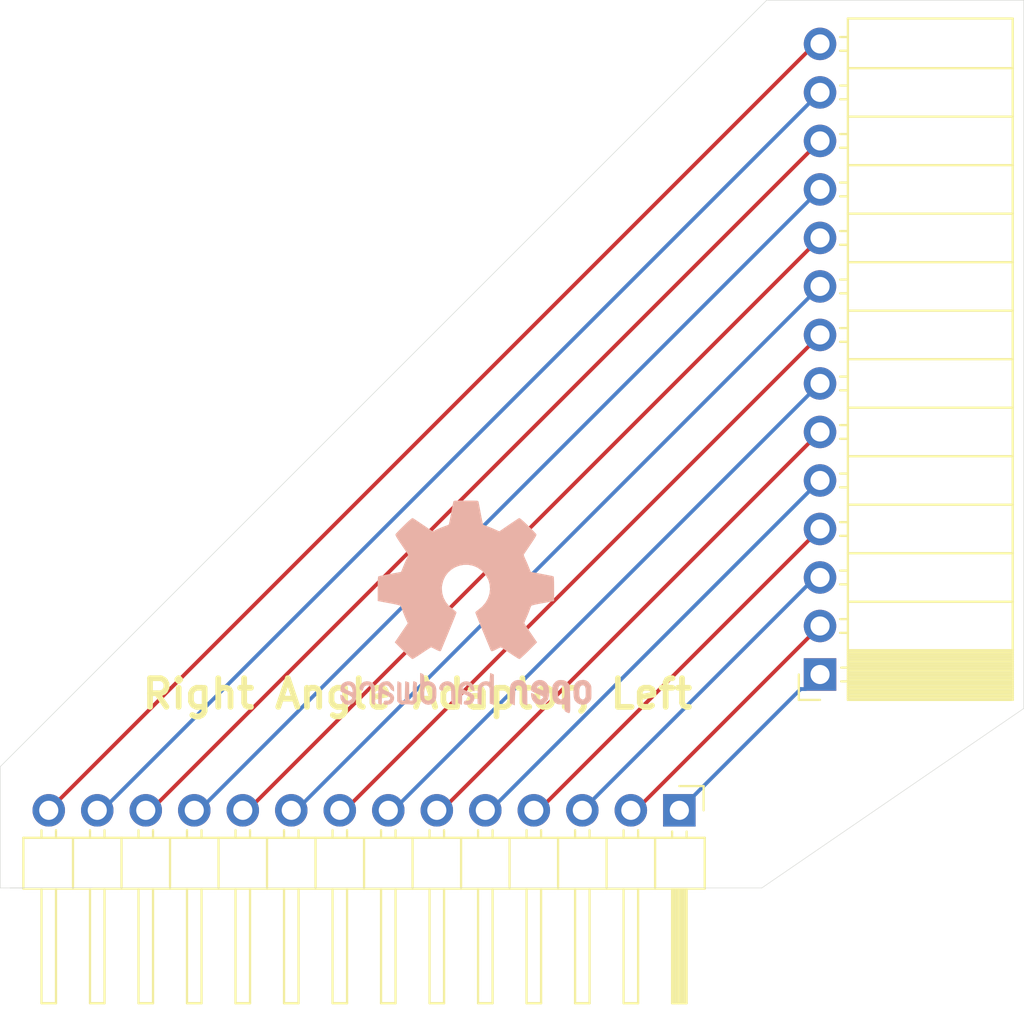
<source format=kicad_pcb>
(kicad_pcb (version 20171130) (host pcbnew "(5.0.2-5)-5")

  (general
    (thickness 1.6)
    (drawings 8)
    (tracks 29)
    (zones 0)
    (modules 3)
    (nets 15)
  )

  (page A4)
  (title_block
    (title "PCBPool Template")
    (date "21 December 2014")
    (rev 0.1)
    (company s-light.eu)
  )

  (layers
    (0 F.Cu signal)
    (31 B.Cu signal)
    (32 B.Adhes user)
    (33 F.Adhes user)
    (34 B.Paste user)
    (35 F.Paste user)
    (36 B.SilkS user)
    (37 F.SilkS user)
    (38 B.Mask user)
    (39 F.Mask user)
    (40 Dwgs.User user)
    (41 Cmts.User user)
    (42 Eco1.User user)
    (43 Eco2.User user)
    (44 Edge.Cuts user)
    (45 Margin user)
    (46 B.CrtYd user)
    (47 F.CrtYd user)
    (48 B.Fab user)
    (49 F.Fab user)
  )

  (setup
    (last_trace_width 0.2)
    (user_trace_width 0.15)
    (user_trace_width 0.2)
    (user_trace_width 0.254)
    (user_trace_width 0.3)
    (user_trace_width 0.5)
    (user_trace_width 0.75)
    (user_trace_width 1)
    (user_trace_width 2)
    (trace_clearance 0.15)
    (zone_clearance 0.15)
    (zone_45_only yes)
    (trace_min 0.15)
    (segment_width 0.2)
    (edge_width 0.1)
    (via_size 0.6)
    (via_drill 0.3)
    (via_min_size 0.6)
    (via_min_drill 0.3)
    (user_via 0.6 0.3)
    (user_via 0.7 0.4)
    (user_via 0.9 0.5)
    (user_via 1 0.6)
    (user_via 1.1 0.7)
    (user_via 1.2 0.8)
    (uvia_size 0.5)
    (uvia_drill 0.2)
    (uvias_allowed no)
    (uvia_min_size 0.5)
    (uvia_min_drill 0.2)
    (pcb_text_width 0.3)
    (pcb_text_size 1.5 1.5)
    (mod_edge_width 0.15)
    (mod_text_size 1 1)
    (mod_text_width 0.15)
    (pad_size 1.5 1.5)
    (pad_drill 0.6)
    (pad_to_mask_clearance 0.08)
    (solder_mask_min_width 0.1)
    (aux_axis_origin 50 50)
    (grid_origin 50 50)
    (visible_elements 7FFFFFFF)
    (pcbplotparams
      (layerselection 0x00030_80000001)
      (usegerberextensions false)
      (usegerberattributes false)
      (usegerberadvancedattributes false)
      (creategerberjobfile false)
      (excludeedgelayer true)
      (linewidth 0.100000)
      (plotframeref false)
      (viasonmask false)
      (mode 1)
      (useauxorigin false)
      (hpglpennumber 1)
      (hpglpenspeed 20)
      (hpglpendiameter 15.000000)
      (psnegative false)
      (psa4output false)
      (plotreference true)
      (plotvalue true)
      (plotinvisibletext false)
      (padsonsilk false)
      (subtractmaskfromsilk false)
      (outputformat 1)
      (mirror false)
      (drillshape 1)
      (scaleselection 1)
      (outputdirectory "export/svg/"))
  )

  (net 0 "")
  (net 1 "Net-(J1-Pad1)")
  (net 2 "Net-(J1-Pad2)")
  (net 3 "Net-(J1-Pad3)")
  (net 4 "Net-(J1-Pad4)")
  (net 5 "Net-(J1-Pad5)")
  (net 6 "Net-(J1-Pad6)")
  (net 7 "Net-(J1-Pad7)")
  (net 8 "Net-(J1-Pad8)")
  (net 9 "Net-(J1-Pad9)")
  (net 10 "Net-(J1-Pad10)")
  (net 11 "Net-(J1-Pad11)")
  (net 12 "Net-(J1-Pad12)")
  (net 13 "Net-(J1-Pad13)")
  (net 14 "Net-(J1-Pad14)")

  (net_class Default "This is the default net class."
    (clearance 0.15)
    (trace_width 0.2)
    (via_dia 0.6)
    (via_drill 0.3)
    (uvia_dia 0.5)
    (uvia_drill 0.2)
    (add_net "Net-(J1-Pad1)")
    (add_net "Net-(J1-Pad10)")
    (add_net "Net-(J1-Pad11)")
    (add_net "Net-(J1-Pad12)")
    (add_net "Net-(J1-Pad13)")
    (add_net "Net-(J1-Pad14)")
    (add_net "Net-(J1-Pad2)")
    (add_net "Net-(J1-Pad3)")
    (add_net "Net-(J1-Pad4)")
    (add_net "Net-(J1-Pad5)")
    (add_net "Net-(J1-Pad6)")
    (add_net "Net-(J1-Pad7)")
    (add_net "Net-(J1-Pad8)")
    (add_net "Net-(J1-Pad9)")
  )

  (net_class LED "max 0.5A"
    (clearance 0.15)
    (trace_width 0.3)
    (via_dia 0.6)
    (via_drill 0.3)
    (uvia_dia 0.5)
    (uvia_drill 0.2)
  )

  (net_class Power "max 1.0A"
    (clearance 0.2)
    (trace_width 0.5)
    (via_dia 0.9)
    (via_drill 0.5)
    (uvia_dia 0.5)
    (uvia_drill 0.2)
  )

  (module Connector_PinHeader_2.54mm:PinHeader_1x14_P2.54mm_Horizontal (layer F.Cu) (tedit 5C74E16D) (tstamp 5C8FF4FA)
    (at 162.522 80.48 270)
    (descr "Through hole angled pin header, 1x14, 2.54mm pitch, 6mm pin length, single row")
    (tags "Through hole angled pin header THT 1x14 2.54mm single row")
    (path /5C74DE0A)
    (fp_text reference J1 (at 4.385 -2.27 270) (layer F.SilkS) hide
      (effects (font (size 1 1) (thickness 0.15)))
    )
    (fp_text value " " (at 4.385 35.29 270) (layer F.Fab) hide
      (effects (font (size 1 1) (thickness 0.15)))
    )
    (fp_line (start 2.135 -1.27) (end 4.04 -1.27) (layer F.Fab) (width 0.1))
    (fp_line (start 4.04 -1.27) (end 4.04 34.29) (layer F.Fab) (width 0.1))
    (fp_line (start 4.04 34.29) (end 1.5 34.29) (layer F.Fab) (width 0.1))
    (fp_line (start 1.5 34.29) (end 1.5 -0.635) (layer F.Fab) (width 0.1))
    (fp_line (start 1.5 -0.635) (end 2.135 -1.27) (layer F.Fab) (width 0.1))
    (fp_line (start -0.32 -0.32) (end 1.5 -0.32) (layer F.Fab) (width 0.1))
    (fp_line (start -0.32 -0.32) (end -0.32 0.32) (layer F.Fab) (width 0.1))
    (fp_line (start -0.32 0.32) (end 1.5 0.32) (layer F.Fab) (width 0.1))
    (fp_line (start 4.04 -0.32) (end 10.04 -0.32) (layer F.Fab) (width 0.1))
    (fp_line (start 10.04 -0.32) (end 10.04 0.32) (layer F.Fab) (width 0.1))
    (fp_line (start 4.04 0.32) (end 10.04 0.32) (layer F.Fab) (width 0.1))
    (fp_line (start -0.32 2.22) (end 1.5 2.22) (layer F.Fab) (width 0.1))
    (fp_line (start -0.32 2.22) (end -0.32 2.86) (layer F.Fab) (width 0.1))
    (fp_line (start -0.32 2.86) (end 1.5 2.86) (layer F.Fab) (width 0.1))
    (fp_line (start 4.04 2.22) (end 10.04 2.22) (layer F.Fab) (width 0.1))
    (fp_line (start 10.04 2.22) (end 10.04 2.86) (layer F.Fab) (width 0.1))
    (fp_line (start 4.04 2.86) (end 10.04 2.86) (layer F.Fab) (width 0.1))
    (fp_line (start -0.32 4.76) (end 1.5 4.76) (layer F.Fab) (width 0.1))
    (fp_line (start -0.32 4.76) (end -0.32 5.4) (layer F.Fab) (width 0.1))
    (fp_line (start -0.32 5.4) (end 1.5 5.4) (layer F.Fab) (width 0.1))
    (fp_line (start 4.04 4.76) (end 10.04 4.76) (layer F.Fab) (width 0.1))
    (fp_line (start 10.04 4.76) (end 10.04 5.4) (layer F.Fab) (width 0.1))
    (fp_line (start 4.04 5.4) (end 10.04 5.4) (layer F.Fab) (width 0.1))
    (fp_line (start -0.32 7.3) (end 1.5 7.3) (layer F.Fab) (width 0.1))
    (fp_line (start -0.32 7.3) (end -0.32 7.94) (layer F.Fab) (width 0.1))
    (fp_line (start -0.32 7.94) (end 1.5 7.94) (layer F.Fab) (width 0.1))
    (fp_line (start 4.04 7.3) (end 10.04 7.3) (layer F.Fab) (width 0.1))
    (fp_line (start 10.04 7.3) (end 10.04 7.94) (layer F.Fab) (width 0.1))
    (fp_line (start 4.04 7.94) (end 10.04 7.94) (layer F.Fab) (width 0.1))
    (fp_line (start -0.32 9.84) (end 1.5 9.84) (layer F.Fab) (width 0.1))
    (fp_line (start -0.32 9.84) (end -0.32 10.48) (layer F.Fab) (width 0.1))
    (fp_line (start -0.32 10.48) (end 1.5 10.48) (layer F.Fab) (width 0.1))
    (fp_line (start 4.04 9.84) (end 10.04 9.84) (layer F.Fab) (width 0.1))
    (fp_line (start 10.04 9.84) (end 10.04 10.48) (layer F.Fab) (width 0.1))
    (fp_line (start 4.04 10.48) (end 10.04 10.48) (layer F.Fab) (width 0.1))
    (fp_line (start -0.32 12.38) (end 1.5 12.38) (layer F.Fab) (width 0.1))
    (fp_line (start -0.32 12.38) (end -0.32 13.02) (layer F.Fab) (width 0.1))
    (fp_line (start -0.32 13.02) (end 1.5 13.02) (layer F.Fab) (width 0.1))
    (fp_line (start 4.04 12.38) (end 10.04 12.38) (layer F.Fab) (width 0.1))
    (fp_line (start 10.04 12.38) (end 10.04 13.02) (layer F.Fab) (width 0.1))
    (fp_line (start 4.04 13.02) (end 10.04 13.02) (layer F.Fab) (width 0.1))
    (fp_line (start -0.32 14.92) (end 1.5 14.92) (layer F.Fab) (width 0.1))
    (fp_line (start -0.32 14.92) (end -0.32 15.56) (layer F.Fab) (width 0.1))
    (fp_line (start -0.32 15.56) (end 1.5 15.56) (layer F.Fab) (width 0.1))
    (fp_line (start 4.04 14.92) (end 10.04 14.92) (layer F.Fab) (width 0.1))
    (fp_line (start 10.04 14.92) (end 10.04 15.56) (layer F.Fab) (width 0.1))
    (fp_line (start 4.04 15.56) (end 10.04 15.56) (layer F.Fab) (width 0.1))
    (fp_line (start -0.32 17.46) (end 1.5 17.46) (layer F.Fab) (width 0.1))
    (fp_line (start -0.32 17.46) (end -0.32 18.1) (layer F.Fab) (width 0.1))
    (fp_line (start -0.32 18.1) (end 1.5 18.1) (layer F.Fab) (width 0.1))
    (fp_line (start 4.04 17.46) (end 10.04 17.46) (layer F.Fab) (width 0.1))
    (fp_line (start 10.04 17.46) (end 10.04 18.1) (layer F.Fab) (width 0.1))
    (fp_line (start 4.04 18.1) (end 10.04 18.1) (layer F.Fab) (width 0.1))
    (fp_line (start -0.32 20) (end 1.5 20) (layer F.Fab) (width 0.1))
    (fp_line (start -0.32 20) (end -0.32 20.64) (layer F.Fab) (width 0.1))
    (fp_line (start -0.32 20.64) (end 1.5 20.64) (layer F.Fab) (width 0.1))
    (fp_line (start 4.04 20) (end 10.04 20) (layer F.Fab) (width 0.1))
    (fp_line (start 10.04 20) (end 10.04 20.64) (layer F.Fab) (width 0.1))
    (fp_line (start 4.04 20.64) (end 10.04 20.64) (layer F.Fab) (width 0.1))
    (fp_line (start -0.32 22.54) (end 1.5 22.54) (layer F.Fab) (width 0.1))
    (fp_line (start -0.32 22.54) (end -0.32 23.18) (layer F.Fab) (width 0.1))
    (fp_line (start -0.32 23.18) (end 1.5 23.18) (layer F.Fab) (width 0.1))
    (fp_line (start 4.04 22.54) (end 10.04 22.54) (layer F.Fab) (width 0.1))
    (fp_line (start 10.04 22.54) (end 10.04 23.18) (layer F.Fab) (width 0.1))
    (fp_line (start 4.04 23.18) (end 10.04 23.18) (layer F.Fab) (width 0.1))
    (fp_line (start -0.32 25.08) (end 1.5 25.08) (layer F.Fab) (width 0.1))
    (fp_line (start -0.32 25.08) (end -0.32 25.72) (layer F.Fab) (width 0.1))
    (fp_line (start -0.32 25.72) (end 1.5 25.72) (layer F.Fab) (width 0.1))
    (fp_line (start 4.04 25.08) (end 10.04 25.08) (layer F.Fab) (width 0.1))
    (fp_line (start 10.04 25.08) (end 10.04 25.72) (layer F.Fab) (width 0.1))
    (fp_line (start 4.04 25.72) (end 10.04 25.72) (layer F.Fab) (width 0.1))
    (fp_line (start -0.32 27.62) (end 1.5 27.62) (layer F.Fab) (width 0.1))
    (fp_line (start -0.32 27.62) (end -0.32 28.26) (layer F.Fab) (width 0.1))
    (fp_line (start -0.32 28.26) (end 1.5 28.26) (layer F.Fab) (width 0.1))
    (fp_line (start 4.04 27.62) (end 10.04 27.62) (layer F.Fab) (width 0.1))
    (fp_line (start 10.04 27.62) (end 10.04 28.26) (layer F.Fab) (width 0.1))
    (fp_line (start 4.04 28.26) (end 10.04 28.26) (layer F.Fab) (width 0.1))
    (fp_line (start -0.32 30.16) (end 1.5 30.16) (layer F.Fab) (width 0.1))
    (fp_line (start -0.32 30.16) (end -0.32 30.8) (layer F.Fab) (width 0.1))
    (fp_line (start -0.32 30.8) (end 1.5 30.8) (layer F.Fab) (width 0.1))
    (fp_line (start 4.04 30.16) (end 10.04 30.16) (layer F.Fab) (width 0.1))
    (fp_line (start 10.04 30.16) (end 10.04 30.8) (layer F.Fab) (width 0.1))
    (fp_line (start 4.04 30.8) (end 10.04 30.8) (layer F.Fab) (width 0.1))
    (fp_line (start -0.32 32.7) (end 1.5 32.7) (layer F.Fab) (width 0.1))
    (fp_line (start -0.32 32.7) (end -0.32 33.34) (layer F.Fab) (width 0.1))
    (fp_line (start -0.32 33.34) (end 1.5 33.34) (layer F.Fab) (width 0.1))
    (fp_line (start 4.04 32.7) (end 10.04 32.7) (layer F.Fab) (width 0.1))
    (fp_line (start 10.04 32.7) (end 10.04 33.34) (layer F.Fab) (width 0.1))
    (fp_line (start 4.04 33.34) (end 10.04 33.34) (layer F.Fab) (width 0.1))
    (fp_line (start 1.44 -1.33) (end 1.44 34.35) (layer F.SilkS) (width 0.12))
    (fp_line (start 1.44 34.35) (end 4.1 34.35) (layer F.SilkS) (width 0.12))
    (fp_line (start 4.1 34.35) (end 4.1 -1.33) (layer F.SilkS) (width 0.12))
    (fp_line (start 4.1 -1.33) (end 1.44 -1.33) (layer F.SilkS) (width 0.12))
    (fp_line (start 4.1 -0.38) (end 10.1 -0.38) (layer F.SilkS) (width 0.12))
    (fp_line (start 10.1 -0.38) (end 10.1 0.38) (layer F.SilkS) (width 0.12))
    (fp_line (start 10.1 0.38) (end 4.1 0.38) (layer F.SilkS) (width 0.12))
    (fp_line (start 4.1 -0.32) (end 10.1 -0.32) (layer F.SilkS) (width 0.12))
    (fp_line (start 4.1 -0.2) (end 10.1 -0.2) (layer F.SilkS) (width 0.12))
    (fp_line (start 4.1 -0.08) (end 10.1 -0.08) (layer F.SilkS) (width 0.12))
    (fp_line (start 4.1 0.04) (end 10.1 0.04) (layer F.SilkS) (width 0.12))
    (fp_line (start 4.1 0.16) (end 10.1 0.16) (layer F.SilkS) (width 0.12))
    (fp_line (start 4.1 0.28) (end 10.1 0.28) (layer F.SilkS) (width 0.12))
    (fp_line (start 1.11 -0.38) (end 1.44 -0.38) (layer F.SilkS) (width 0.12))
    (fp_line (start 1.11 0.38) (end 1.44 0.38) (layer F.SilkS) (width 0.12))
    (fp_line (start 1.44 1.27) (end 4.1 1.27) (layer F.SilkS) (width 0.12))
    (fp_line (start 4.1 2.16) (end 10.1 2.16) (layer F.SilkS) (width 0.12))
    (fp_line (start 10.1 2.16) (end 10.1 2.92) (layer F.SilkS) (width 0.12))
    (fp_line (start 10.1 2.92) (end 4.1 2.92) (layer F.SilkS) (width 0.12))
    (fp_line (start 1.042929 2.16) (end 1.44 2.16) (layer F.SilkS) (width 0.12))
    (fp_line (start 1.042929 2.92) (end 1.44 2.92) (layer F.SilkS) (width 0.12))
    (fp_line (start 1.44 3.81) (end 4.1 3.81) (layer F.SilkS) (width 0.12))
    (fp_line (start 4.1 4.7) (end 10.1 4.7) (layer F.SilkS) (width 0.12))
    (fp_line (start 10.1 4.7) (end 10.1 5.46) (layer F.SilkS) (width 0.12))
    (fp_line (start 10.1 5.46) (end 4.1 5.46) (layer F.SilkS) (width 0.12))
    (fp_line (start 1.042929 4.7) (end 1.44 4.7) (layer F.SilkS) (width 0.12))
    (fp_line (start 1.042929 5.46) (end 1.44 5.46) (layer F.SilkS) (width 0.12))
    (fp_line (start 1.44 6.35) (end 4.1 6.35) (layer F.SilkS) (width 0.12))
    (fp_line (start 4.1 7.24) (end 10.1 7.24) (layer F.SilkS) (width 0.12))
    (fp_line (start 10.1 7.24) (end 10.1 8) (layer F.SilkS) (width 0.12))
    (fp_line (start 10.1 8) (end 4.1 8) (layer F.SilkS) (width 0.12))
    (fp_line (start 1.042929 7.24) (end 1.44 7.24) (layer F.SilkS) (width 0.12))
    (fp_line (start 1.042929 8) (end 1.44 8) (layer F.SilkS) (width 0.12))
    (fp_line (start 1.44 8.89) (end 4.1 8.89) (layer F.SilkS) (width 0.12))
    (fp_line (start 4.1 9.78) (end 10.1 9.78) (layer F.SilkS) (width 0.12))
    (fp_line (start 10.1 9.78) (end 10.1 10.54) (layer F.SilkS) (width 0.12))
    (fp_line (start 10.1 10.54) (end 4.1 10.54) (layer F.SilkS) (width 0.12))
    (fp_line (start 1.042929 9.78) (end 1.44 9.78) (layer F.SilkS) (width 0.12))
    (fp_line (start 1.042929 10.54) (end 1.44 10.54) (layer F.SilkS) (width 0.12))
    (fp_line (start 1.44 11.43) (end 4.1 11.43) (layer F.SilkS) (width 0.12))
    (fp_line (start 4.1 12.32) (end 10.1 12.32) (layer F.SilkS) (width 0.12))
    (fp_line (start 10.1 12.32) (end 10.1 13.08) (layer F.SilkS) (width 0.12))
    (fp_line (start 10.1 13.08) (end 4.1 13.08) (layer F.SilkS) (width 0.12))
    (fp_line (start 1.042929 12.32) (end 1.44 12.32) (layer F.SilkS) (width 0.12))
    (fp_line (start 1.042929 13.08) (end 1.44 13.08) (layer F.SilkS) (width 0.12))
    (fp_line (start 1.44 13.97) (end 4.1 13.97) (layer F.SilkS) (width 0.12))
    (fp_line (start 4.1 14.86) (end 10.1 14.86) (layer F.SilkS) (width 0.12))
    (fp_line (start 10.1 14.86) (end 10.1 15.62) (layer F.SilkS) (width 0.12))
    (fp_line (start 10.1 15.62) (end 4.1 15.62) (layer F.SilkS) (width 0.12))
    (fp_line (start 1.042929 14.86) (end 1.44 14.86) (layer F.SilkS) (width 0.12))
    (fp_line (start 1.042929 15.62) (end 1.44 15.62) (layer F.SilkS) (width 0.12))
    (fp_line (start 1.44 16.51) (end 4.1 16.51) (layer F.SilkS) (width 0.12))
    (fp_line (start 4.1 17.4) (end 10.1 17.4) (layer F.SilkS) (width 0.12))
    (fp_line (start 10.1 17.4) (end 10.1 18.16) (layer F.SilkS) (width 0.12))
    (fp_line (start 10.1 18.16) (end 4.1 18.16) (layer F.SilkS) (width 0.12))
    (fp_line (start 1.042929 17.4) (end 1.44 17.4) (layer F.SilkS) (width 0.12))
    (fp_line (start 1.042929 18.16) (end 1.44 18.16) (layer F.SilkS) (width 0.12))
    (fp_line (start 1.44 19.05) (end 4.1 19.05) (layer F.SilkS) (width 0.12))
    (fp_line (start 4.1 19.94) (end 10.1 19.94) (layer F.SilkS) (width 0.12))
    (fp_line (start 10.1 19.94) (end 10.1 20.7) (layer F.SilkS) (width 0.12))
    (fp_line (start 10.1 20.7) (end 4.1 20.7) (layer F.SilkS) (width 0.12))
    (fp_line (start 1.042929 19.94) (end 1.44 19.94) (layer F.SilkS) (width 0.12))
    (fp_line (start 1.042929 20.7) (end 1.44 20.7) (layer F.SilkS) (width 0.12))
    (fp_line (start 1.44 21.59) (end 4.1 21.59) (layer F.SilkS) (width 0.12))
    (fp_line (start 4.1 22.48) (end 10.1 22.48) (layer F.SilkS) (width 0.12))
    (fp_line (start 10.1 22.48) (end 10.1 23.24) (layer F.SilkS) (width 0.12))
    (fp_line (start 10.1 23.24) (end 4.1 23.24) (layer F.SilkS) (width 0.12))
    (fp_line (start 1.042929 22.48) (end 1.44 22.48) (layer F.SilkS) (width 0.12))
    (fp_line (start 1.042929 23.24) (end 1.44 23.24) (layer F.SilkS) (width 0.12))
    (fp_line (start 1.44 24.13) (end 4.1 24.13) (layer F.SilkS) (width 0.12))
    (fp_line (start 4.1 25.02) (end 10.1 25.02) (layer F.SilkS) (width 0.12))
    (fp_line (start 10.1 25.02) (end 10.1 25.78) (layer F.SilkS) (width 0.12))
    (fp_line (start 10.1 25.78) (end 4.1 25.78) (layer F.SilkS) (width 0.12))
    (fp_line (start 1.042929 25.02) (end 1.44 25.02) (layer F.SilkS) (width 0.12))
    (fp_line (start 1.042929 25.78) (end 1.44 25.78) (layer F.SilkS) (width 0.12))
    (fp_line (start 1.44 26.67) (end 4.1 26.67) (layer F.SilkS) (width 0.12))
    (fp_line (start 4.1 27.56) (end 10.1 27.56) (layer F.SilkS) (width 0.12))
    (fp_line (start 10.1 27.56) (end 10.1 28.32) (layer F.SilkS) (width 0.12))
    (fp_line (start 10.1 28.32) (end 4.1 28.32) (layer F.SilkS) (width 0.12))
    (fp_line (start 1.042929 27.56) (end 1.44 27.56) (layer F.SilkS) (width 0.12))
    (fp_line (start 1.042929 28.32) (end 1.44 28.32) (layer F.SilkS) (width 0.12))
    (fp_line (start 1.44 29.21) (end 4.1 29.21) (layer F.SilkS) (width 0.12))
    (fp_line (start 4.1 30.1) (end 10.1 30.1) (layer F.SilkS) (width 0.12))
    (fp_line (start 10.1 30.1) (end 10.1 30.86) (layer F.SilkS) (width 0.12))
    (fp_line (start 10.1 30.86) (end 4.1 30.86) (layer F.SilkS) (width 0.12))
    (fp_line (start 1.042929 30.1) (end 1.44 30.1) (layer F.SilkS) (width 0.12))
    (fp_line (start 1.042929 30.86) (end 1.44 30.86) (layer F.SilkS) (width 0.12))
    (fp_line (start 1.44 31.75) (end 4.1 31.75) (layer F.SilkS) (width 0.12))
    (fp_line (start 4.1 32.64) (end 10.1 32.64) (layer F.SilkS) (width 0.12))
    (fp_line (start 10.1 32.64) (end 10.1 33.4) (layer F.SilkS) (width 0.12))
    (fp_line (start 10.1 33.4) (end 4.1 33.4) (layer F.SilkS) (width 0.12))
    (fp_line (start 1.042929 32.64) (end 1.44 32.64) (layer F.SilkS) (width 0.12))
    (fp_line (start 1.042929 33.4) (end 1.44 33.4) (layer F.SilkS) (width 0.12))
    (fp_line (start -1.27 0) (end -1.27 -1.27) (layer F.SilkS) (width 0.12))
    (fp_line (start -1.27 -1.27) (end 0 -1.27) (layer F.SilkS) (width 0.12))
    (fp_line (start -1.8 -1.8) (end -1.8 34.8) (layer F.CrtYd) (width 0.05))
    (fp_line (start -1.8 34.8) (end 10.55 34.8) (layer F.CrtYd) (width 0.05))
    (fp_line (start 10.55 34.8) (end 10.55 -1.8) (layer F.CrtYd) (width 0.05))
    (fp_line (start 10.55 -1.8) (end -1.8 -1.8) (layer F.CrtYd) (width 0.05))
    (fp_text user " " (at 2.77 16.51) (layer F.Fab)
      (effects (font (size 1 1) (thickness 0.15)))
    )
    (pad 1 thru_hole rect (at 0 0 270) (size 1.7 1.7) (drill 1) (layers *.Cu *.Mask)
      (net 1 "Net-(J1-Pad1)"))
    (pad 2 thru_hole oval (at 0 2.54 270) (size 1.7 1.7) (drill 1) (layers *.Cu *.Mask)
      (net 2 "Net-(J1-Pad2)"))
    (pad 3 thru_hole oval (at 0 5.08 270) (size 1.7 1.7) (drill 1) (layers *.Cu *.Mask)
      (net 3 "Net-(J1-Pad3)"))
    (pad 4 thru_hole oval (at 0 7.62 270) (size 1.7 1.7) (drill 1) (layers *.Cu *.Mask)
      (net 4 "Net-(J1-Pad4)"))
    (pad 5 thru_hole oval (at 0 10.16 270) (size 1.7 1.7) (drill 1) (layers *.Cu *.Mask)
      (net 5 "Net-(J1-Pad5)"))
    (pad 6 thru_hole oval (at 0 12.7 270) (size 1.7 1.7) (drill 1) (layers *.Cu *.Mask)
      (net 6 "Net-(J1-Pad6)"))
    (pad 7 thru_hole oval (at 0 15.24 270) (size 1.7 1.7) (drill 1) (layers *.Cu *.Mask)
      (net 7 "Net-(J1-Pad7)"))
    (pad 8 thru_hole oval (at 0 17.78 270) (size 1.7 1.7) (drill 1) (layers *.Cu *.Mask)
      (net 8 "Net-(J1-Pad8)"))
    (pad 9 thru_hole oval (at 0 20.32 270) (size 1.7 1.7) (drill 1) (layers *.Cu *.Mask)
      (net 9 "Net-(J1-Pad9)"))
    (pad 10 thru_hole oval (at 0 22.86 270) (size 1.7 1.7) (drill 1) (layers *.Cu *.Mask)
      (net 10 "Net-(J1-Pad10)"))
    (pad 11 thru_hole oval (at 0 25.4 270) (size 1.7 1.7) (drill 1) (layers *.Cu *.Mask)
      (net 11 "Net-(J1-Pad11)"))
    (pad 12 thru_hole oval (at 0 27.94 270) (size 1.7 1.7) (drill 1) (layers *.Cu *.Mask)
      (net 12 "Net-(J1-Pad12)"))
    (pad 13 thru_hole oval (at 0 30.48 270) (size 1.7 1.7) (drill 1) (layers *.Cu *.Mask)
      (net 13 "Net-(J1-Pad13)"))
    (pad 14 thru_hole oval (at 0 33.02 270) (size 1.7 1.7) (drill 1) (layers *.Cu *.Mask)
      (net 14 "Net-(J1-Pad14)"))
    (model ${KISYS3DMOD}/Connector_PinHeader_2.54mm.3dshapes/PinHeader_1x14_P2.54mm_Horizontal.wrl
      (at (xyz 0 0 0))
      (scale (xyz 1 1 1))
      (rotate (xyz 0 0 0))
    )
  )

  (module Connector_PinSocket_2.54mm:PinSocket_1x14_P2.54mm_Horizontal (layer F.Cu) (tedit 5C74E17A) (tstamp 5C8FF584)
    (at 169.888 73.368 180)
    (descr "Through hole angled socket strip, 1x14, 2.54mm pitch, 8.51mm socket length, single row (from Kicad 4.0.7), script generated")
    (tags "Through hole angled socket strip THT 1x14 2.54mm single row")
    (path /5C74DDB6)
    (fp_text reference " " (at -4.38 -2.77 180) (layer F.SilkS) hide
      (effects (font (size 1 1) (thickness 0.15)))
    )
    (fp_text value " " (at -4.38 35.79 180) (layer F.Fab) hide
      (effects (font (size 1 1) (thickness 0.15)))
    )
    (fp_line (start -10.03 -1.27) (end -2.49 -1.27) (layer F.Fab) (width 0.1))
    (fp_line (start -2.49 -1.27) (end -1.52 -0.3) (layer F.Fab) (width 0.1))
    (fp_line (start -1.52 -0.3) (end -1.52 34.29) (layer F.Fab) (width 0.1))
    (fp_line (start -1.52 34.29) (end -10.03 34.29) (layer F.Fab) (width 0.1))
    (fp_line (start -10.03 34.29) (end -10.03 -1.27) (layer F.Fab) (width 0.1))
    (fp_line (start 0 -0.3) (end -1.52 -0.3) (layer F.Fab) (width 0.1))
    (fp_line (start -1.52 0.3) (end 0 0.3) (layer F.Fab) (width 0.1))
    (fp_line (start 0 0.3) (end 0 -0.3) (layer F.Fab) (width 0.1))
    (fp_line (start 0 2.24) (end -1.52 2.24) (layer F.Fab) (width 0.1))
    (fp_line (start -1.52 2.84) (end 0 2.84) (layer F.Fab) (width 0.1))
    (fp_line (start 0 2.84) (end 0 2.24) (layer F.Fab) (width 0.1))
    (fp_line (start 0 4.78) (end -1.52 4.78) (layer F.Fab) (width 0.1))
    (fp_line (start -1.52 5.38) (end 0 5.38) (layer F.Fab) (width 0.1))
    (fp_line (start 0 5.38) (end 0 4.78) (layer F.Fab) (width 0.1))
    (fp_line (start 0 7.32) (end -1.52 7.32) (layer F.Fab) (width 0.1))
    (fp_line (start -1.52 7.92) (end 0 7.92) (layer F.Fab) (width 0.1))
    (fp_line (start 0 7.92) (end 0 7.32) (layer F.Fab) (width 0.1))
    (fp_line (start 0 9.86) (end -1.52 9.86) (layer F.Fab) (width 0.1))
    (fp_line (start -1.52 10.46) (end 0 10.46) (layer F.Fab) (width 0.1))
    (fp_line (start 0 10.46) (end 0 9.86) (layer F.Fab) (width 0.1))
    (fp_line (start 0 12.4) (end -1.52 12.4) (layer F.Fab) (width 0.1))
    (fp_line (start -1.52 13) (end 0 13) (layer F.Fab) (width 0.1))
    (fp_line (start 0 13) (end 0 12.4) (layer F.Fab) (width 0.1))
    (fp_line (start 0 14.94) (end -1.52 14.94) (layer F.Fab) (width 0.1))
    (fp_line (start -1.52 15.54) (end 0 15.54) (layer F.Fab) (width 0.1))
    (fp_line (start 0 15.54) (end 0 14.94) (layer F.Fab) (width 0.1))
    (fp_line (start 0 17.48) (end -1.52 17.48) (layer F.Fab) (width 0.1))
    (fp_line (start -1.52 18.08) (end 0 18.08) (layer F.Fab) (width 0.1))
    (fp_line (start 0 18.08) (end 0 17.48) (layer F.Fab) (width 0.1))
    (fp_line (start 0 20.02) (end -1.52 20.02) (layer F.Fab) (width 0.1))
    (fp_line (start -1.52 20.62) (end 0 20.62) (layer F.Fab) (width 0.1))
    (fp_line (start 0 20.62) (end 0 20.02) (layer F.Fab) (width 0.1))
    (fp_line (start 0 22.56) (end -1.52 22.56) (layer F.Fab) (width 0.1))
    (fp_line (start -1.52 23.16) (end 0 23.16) (layer F.Fab) (width 0.1))
    (fp_line (start 0 23.16) (end 0 22.56) (layer F.Fab) (width 0.1))
    (fp_line (start 0 25.1) (end -1.52 25.1) (layer F.Fab) (width 0.1))
    (fp_line (start -1.52 25.7) (end 0 25.7) (layer F.Fab) (width 0.1))
    (fp_line (start 0 25.7) (end 0 25.1) (layer F.Fab) (width 0.1))
    (fp_line (start 0 27.64) (end -1.52 27.64) (layer F.Fab) (width 0.1))
    (fp_line (start -1.52 28.24) (end 0 28.24) (layer F.Fab) (width 0.1))
    (fp_line (start 0 28.24) (end 0 27.64) (layer F.Fab) (width 0.1))
    (fp_line (start 0 30.18) (end -1.52 30.18) (layer F.Fab) (width 0.1))
    (fp_line (start -1.52 30.78) (end 0 30.78) (layer F.Fab) (width 0.1))
    (fp_line (start 0 30.78) (end 0 30.18) (layer F.Fab) (width 0.1))
    (fp_line (start 0 32.72) (end -1.52 32.72) (layer F.Fab) (width 0.1))
    (fp_line (start -1.52 33.32) (end 0 33.32) (layer F.Fab) (width 0.1))
    (fp_line (start 0 33.32) (end 0 32.72) (layer F.Fab) (width 0.1))
    (fp_line (start -10.09 -1.21) (end -1.46 -1.21) (layer F.SilkS) (width 0.12))
    (fp_line (start -10.09 -1.091905) (end -1.46 -1.091905) (layer F.SilkS) (width 0.12))
    (fp_line (start -10.09 -0.97381) (end -1.46 -0.97381) (layer F.SilkS) (width 0.12))
    (fp_line (start -10.09 -0.855715) (end -1.46 -0.855715) (layer F.SilkS) (width 0.12))
    (fp_line (start -10.09 -0.73762) (end -1.46 -0.73762) (layer F.SilkS) (width 0.12))
    (fp_line (start -10.09 -0.619525) (end -1.46 -0.619525) (layer F.SilkS) (width 0.12))
    (fp_line (start -10.09 -0.50143) (end -1.46 -0.50143) (layer F.SilkS) (width 0.12))
    (fp_line (start -10.09 -0.383335) (end -1.46 -0.383335) (layer F.SilkS) (width 0.12))
    (fp_line (start -10.09 -0.26524) (end -1.46 -0.26524) (layer F.SilkS) (width 0.12))
    (fp_line (start -10.09 -0.147145) (end -1.46 -0.147145) (layer F.SilkS) (width 0.12))
    (fp_line (start -10.09 -0.02905) (end -1.46 -0.02905) (layer F.SilkS) (width 0.12))
    (fp_line (start -10.09 0.089045) (end -1.46 0.089045) (layer F.SilkS) (width 0.12))
    (fp_line (start -10.09 0.20714) (end -1.46 0.20714) (layer F.SilkS) (width 0.12))
    (fp_line (start -10.09 0.325235) (end -1.46 0.325235) (layer F.SilkS) (width 0.12))
    (fp_line (start -10.09 0.44333) (end -1.46 0.44333) (layer F.SilkS) (width 0.12))
    (fp_line (start -10.09 0.561425) (end -1.46 0.561425) (layer F.SilkS) (width 0.12))
    (fp_line (start -10.09 0.67952) (end -1.46 0.67952) (layer F.SilkS) (width 0.12))
    (fp_line (start -10.09 0.797615) (end -1.46 0.797615) (layer F.SilkS) (width 0.12))
    (fp_line (start -10.09 0.91571) (end -1.46 0.91571) (layer F.SilkS) (width 0.12))
    (fp_line (start -10.09 1.033805) (end -1.46 1.033805) (layer F.SilkS) (width 0.12))
    (fp_line (start -10.09 1.1519) (end -1.46 1.1519) (layer F.SilkS) (width 0.12))
    (fp_line (start -1.46 -0.36) (end -1.11 -0.36) (layer F.SilkS) (width 0.12))
    (fp_line (start -1.46 0.36) (end -1.11 0.36) (layer F.SilkS) (width 0.12))
    (fp_line (start -1.46 2.18) (end -1.05 2.18) (layer F.SilkS) (width 0.12))
    (fp_line (start -1.46 2.9) (end -1.05 2.9) (layer F.SilkS) (width 0.12))
    (fp_line (start -1.46 4.72) (end -1.05 4.72) (layer F.SilkS) (width 0.12))
    (fp_line (start -1.46 5.44) (end -1.05 5.44) (layer F.SilkS) (width 0.12))
    (fp_line (start -1.46 7.26) (end -1.05 7.26) (layer F.SilkS) (width 0.12))
    (fp_line (start -1.46 7.98) (end -1.05 7.98) (layer F.SilkS) (width 0.12))
    (fp_line (start -1.46 9.8) (end -1.05 9.8) (layer F.SilkS) (width 0.12))
    (fp_line (start -1.46 10.52) (end -1.05 10.52) (layer F.SilkS) (width 0.12))
    (fp_line (start -1.46 12.34) (end -1.05 12.34) (layer F.SilkS) (width 0.12))
    (fp_line (start -1.46 13.06) (end -1.05 13.06) (layer F.SilkS) (width 0.12))
    (fp_line (start -1.46 14.88) (end -1.05 14.88) (layer F.SilkS) (width 0.12))
    (fp_line (start -1.46 15.6) (end -1.05 15.6) (layer F.SilkS) (width 0.12))
    (fp_line (start -1.46 17.42) (end -1.05 17.42) (layer F.SilkS) (width 0.12))
    (fp_line (start -1.46 18.14) (end -1.05 18.14) (layer F.SilkS) (width 0.12))
    (fp_line (start -1.46 19.96) (end -1.05 19.96) (layer F.SilkS) (width 0.12))
    (fp_line (start -1.46 20.68) (end -1.05 20.68) (layer F.SilkS) (width 0.12))
    (fp_line (start -1.46 22.5) (end -1.05 22.5) (layer F.SilkS) (width 0.12))
    (fp_line (start -1.46 23.22) (end -1.05 23.22) (layer F.SilkS) (width 0.12))
    (fp_line (start -1.46 25.04) (end -1.05 25.04) (layer F.SilkS) (width 0.12))
    (fp_line (start -1.46 25.76) (end -1.05 25.76) (layer F.SilkS) (width 0.12))
    (fp_line (start -1.46 27.58) (end -1.05 27.58) (layer F.SilkS) (width 0.12))
    (fp_line (start -1.46 28.3) (end -1.05 28.3) (layer F.SilkS) (width 0.12))
    (fp_line (start -1.46 30.12) (end -1.05 30.12) (layer F.SilkS) (width 0.12))
    (fp_line (start -1.46 30.84) (end -1.05 30.84) (layer F.SilkS) (width 0.12))
    (fp_line (start -1.46 32.66) (end -1.05 32.66) (layer F.SilkS) (width 0.12))
    (fp_line (start -1.46 33.38) (end -1.05 33.38) (layer F.SilkS) (width 0.12))
    (fp_line (start -10.09 1.27) (end -1.46 1.27) (layer F.SilkS) (width 0.12))
    (fp_line (start -10.09 3.81) (end -1.46 3.81) (layer F.SilkS) (width 0.12))
    (fp_line (start -10.09 6.35) (end -1.46 6.35) (layer F.SilkS) (width 0.12))
    (fp_line (start -10.09 8.89) (end -1.46 8.89) (layer F.SilkS) (width 0.12))
    (fp_line (start -10.09 11.43) (end -1.46 11.43) (layer F.SilkS) (width 0.12))
    (fp_line (start -10.09 13.97) (end -1.46 13.97) (layer F.SilkS) (width 0.12))
    (fp_line (start -10.09 16.51) (end -1.46 16.51) (layer F.SilkS) (width 0.12))
    (fp_line (start -10.09 19.05) (end -1.46 19.05) (layer F.SilkS) (width 0.12))
    (fp_line (start -10.09 21.59) (end -1.46 21.59) (layer F.SilkS) (width 0.12))
    (fp_line (start -10.09 24.13) (end -1.46 24.13) (layer F.SilkS) (width 0.12))
    (fp_line (start -10.09 26.67) (end -1.46 26.67) (layer F.SilkS) (width 0.12))
    (fp_line (start -10.09 29.21) (end -1.46 29.21) (layer F.SilkS) (width 0.12))
    (fp_line (start -10.09 31.75) (end -1.46 31.75) (layer F.SilkS) (width 0.12))
    (fp_line (start -10.09 -1.33) (end -1.46 -1.33) (layer F.SilkS) (width 0.12))
    (fp_line (start -1.46 -1.33) (end -1.46 34.35) (layer F.SilkS) (width 0.12))
    (fp_line (start -10.09 34.35) (end -1.46 34.35) (layer F.SilkS) (width 0.12))
    (fp_line (start -10.09 -1.33) (end -10.09 34.35) (layer F.SilkS) (width 0.12))
    (fp_line (start 1.11 -1.33) (end 1.11 0) (layer F.SilkS) (width 0.12))
    (fp_line (start 0 -1.33) (end 1.11 -1.33) (layer F.SilkS) (width 0.12))
    (fp_line (start 1.75 -1.75) (end -10.55 -1.75) (layer F.CrtYd) (width 0.05))
    (fp_line (start -10.55 -1.75) (end -10.55 34.85) (layer F.CrtYd) (width 0.05))
    (fp_line (start -10.55 34.85) (end 1.75 34.85) (layer F.CrtYd) (width 0.05))
    (fp_line (start 1.75 34.85) (end 1.75 -1.75) (layer F.CrtYd) (width 0.05))
    (fp_text user %R (at -5.775 16.51 270) (layer F.Fab)
      (effects (font (size 1 1) (thickness 0.15)))
    )
    (pad 1 thru_hole rect (at 0 0 180) (size 1.7 1.7) (drill 1) (layers *.Cu *.Mask)
      (net 1 "Net-(J1-Pad1)"))
    (pad 2 thru_hole oval (at 0 2.54 180) (size 1.7 1.7) (drill 1) (layers *.Cu *.Mask)
      (net 2 "Net-(J1-Pad2)"))
    (pad 3 thru_hole oval (at 0 5.08 180) (size 1.7 1.7) (drill 1) (layers *.Cu *.Mask)
      (net 3 "Net-(J1-Pad3)"))
    (pad 4 thru_hole oval (at 0 7.62 180) (size 1.7 1.7) (drill 1) (layers *.Cu *.Mask)
      (net 4 "Net-(J1-Pad4)"))
    (pad 5 thru_hole oval (at 0 10.16 180) (size 1.7 1.7) (drill 1) (layers *.Cu *.Mask)
      (net 5 "Net-(J1-Pad5)"))
    (pad 6 thru_hole oval (at 0 12.7 180) (size 1.7 1.7) (drill 1) (layers *.Cu *.Mask)
      (net 6 "Net-(J1-Pad6)"))
    (pad 7 thru_hole oval (at 0 15.24 180) (size 1.7 1.7) (drill 1) (layers *.Cu *.Mask)
      (net 7 "Net-(J1-Pad7)"))
    (pad 8 thru_hole oval (at 0 17.78 180) (size 1.7 1.7) (drill 1) (layers *.Cu *.Mask)
      (net 8 "Net-(J1-Pad8)"))
    (pad 9 thru_hole oval (at 0 20.32 180) (size 1.7 1.7) (drill 1) (layers *.Cu *.Mask)
      (net 9 "Net-(J1-Pad9)"))
    (pad 10 thru_hole oval (at 0 22.86 180) (size 1.7 1.7) (drill 1) (layers *.Cu *.Mask)
      (net 10 "Net-(J1-Pad10)"))
    (pad 11 thru_hole oval (at 0 25.4 180) (size 1.7 1.7) (drill 1) (layers *.Cu *.Mask)
      (net 11 "Net-(J1-Pad11)"))
    (pad 12 thru_hole oval (at 0 27.94 180) (size 1.7 1.7) (drill 1) (layers *.Cu *.Mask)
      (net 12 "Net-(J1-Pad12)"))
    (pad 13 thru_hole oval (at 0 30.48 180) (size 1.7 1.7) (drill 1) (layers *.Cu *.Mask)
      (net 13 "Net-(J1-Pad13)"))
    (pad 14 thru_hole oval (at 0 33.02 180) (size 1.7 1.7) (drill 1) (layers *.Cu *.Mask)
      (net 14 "Net-(J1-Pad14)"))
    (model ${KISYS3DMOD}/Connector_PinSocket_2.54mm.3dshapes/PinSocket_1x14_P2.54mm_Horizontal.wrl
      (at (xyz 0 0 0))
      (scale (xyz 1 1 1))
      (rotate (xyz 0 0 0))
    )
  )

  (module Symbol:OSHW-Logo2_14.6x12mm_SilkScreen (layer B.Cu) (tedit 0) (tstamp 5C824798)
    (at 151.346 69.812 180)
    (descr "Open Source Hardware Symbol")
    (tags "Logo Symbol OSHW")
    (attr virtual)
    (fp_text reference REF** (at 0 0 180) (layer F.SilkS) hide
      (effects (font (size 1 1) (thickness 0.15)))
    )
    (fp_text value OSHW-Logo2_14.6x12mm_SilkScreen (at 0.75 0 180) (layer B.Fab) hide
      (effects (font (size 1 1) (thickness 0.15)) (justify mirror))
    )
    (fp_poly (pts (xy 0.209014 5.547002) (xy 0.367006 5.546137) (xy 0.481347 5.543795) (xy 0.559407 5.539238)
      (xy 0.608554 5.53173) (xy 0.636159 5.520534) (xy 0.649592 5.504912) (xy 0.656221 5.484127)
      (xy 0.656865 5.481437) (xy 0.666935 5.432887) (xy 0.685575 5.337095) (xy 0.710845 5.204257)
      (xy 0.740807 5.044569) (xy 0.773522 4.868226) (xy 0.774664 4.862033) (xy 0.807433 4.689218)
      (xy 0.838093 4.536531) (xy 0.864664 4.413129) (xy 0.885167 4.328169) (xy 0.897626 4.29081)
      (xy 0.89822 4.290148) (xy 0.934919 4.271905) (xy 1.010586 4.241503) (xy 1.108878 4.205507)
      (xy 1.109425 4.205315) (xy 1.233233 4.158778) (xy 1.379196 4.099496) (xy 1.516781 4.039891)
      (xy 1.523293 4.036944) (xy 1.74739 3.935235) (xy 2.243619 4.274103) (xy 2.395846 4.377408)
      (xy 2.533741 4.469763) (xy 2.649315 4.545916) (xy 2.734579 4.600615) (xy 2.781544 4.628607)
      (xy 2.786004 4.630683) (xy 2.820134 4.62144) (xy 2.883881 4.576844) (xy 2.979731 4.494791)
      (xy 3.110169 4.373179) (xy 3.243328 4.243795) (xy 3.371694 4.116298) (xy 3.486581 3.999954)
      (xy 3.581073 3.901948) (xy 3.648253 3.829464) (xy 3.681206 3.789687) (xy 3.682432 3.787639)
      (xy 3.686074 3.760344) (xy 3.67235 3.715766) (xy 3.637869 3.647888) (xy 3.579239 3.550689)
      (xy 3.49307 3.418149) (xy 3.3782 3.247524) (xy 3.276254 3.097345) (xy 3.185123 2.96265)
      (xy 3.110073 2.85126) (xy 3.056369 2.770995) (xy 3.02928 2.729675) (xy 3.027574 2.72687)
      (xy 3.030882 2.687279) (xy 3.055953 2.610331) (xy 3.097798 2.510568) (xy 3.112712 2.478709)
      (xy 3.177786 2.336774) (xy 3.247212 2.175727) (xy 3.303609 2.036379) (xy 3.344247 1.932956)
      (xy 3.376526 1.854358) (xy 3.395178 1.81328) (xy 3.397497 1.810115) (xy 3.431803 1.804872)
      (xy 3.512669 1.790506) (xy 3.629343 1.769063) (xy 3.771075 1.742587) (xy 3.92711 1.713123)
      (xy 4.086698 1.682717) (xy 4.239085 1.653412) (xy 4.373521 1.627255) (xy 4.479252 1.60629)
      (xy 4.545526 1.592561) (xy 4.561782 1.58868) (xy 4.578573 1.5791) (xy 4.591249 1.557464)
      (xy 4.600378 1.516469) (xy 4.606531 1.448811) (xy 4.61028 1.347188) (xy 4.612192 1.204297)
      (xy 4.61284 1.012835) (xy 4.612874 0.934355) (xy 4.612874 0.296094) (xy 4.459598 0.26584)
      (xy 4.374322 0.249436) (xy 4.24707 0.225491) (xy 4.093315 0.196893) (xy 3.928534 0.166533)
      (xy 3.882989 0.158194) (xy 3.730932 0.12863) (xy 3.598468 0.099558) (xy 3.496714 0.073671)
      (xy 3.436788 0.053663) (xy 3.426805 0.047699) (xy 3.402293 0.005466) (xy 3.367148 -0.07637)
      (xy 3.328173 -0.181683) (xy 3.320442 -0.204368) (xy 3.26936 -0.345018) (xy 3.205954 -0.503714)
      (xy 3.143904 -0.646225) (xy 3.143598 -0.646886) (xy 3.040267 -0.87044) (xy 3.719961 -1.870232)
      (xy 3.283621 -2.3073) (xy 3.151649 -2.437381) (xy 3.031279 -2.552048) (xy 2.929273 -2.645181)
      (xy 2.852391 -2.710658) (xy 2.807393 -2.742357) (xy 2.800938 -2.744368) (xy 2.76304 -2.728529)
      (xy 2.685708 -2.684496) (xy 2.577389 -2.61749) (xy 2.446532 -2.532734) (xy 2.305052 -2.437816)
      (xy 2.161461 -2.340998) (xy 2.033435 -2.256751) (xy 1.929105 -2.190258) (xy 1.8566 -2.146702)
      (xy 1.824158 -2.131264) (xy 1.784576 -2.144328) (xy 1.709519 -2.17875) (xy 1.614468 -2.22738)
      (xy 1.604392 -2.232785) (xy 1.476391 -2.29698) (xy 1.388618 -2.328463) (xy 1.334028 -2.328798)
      (xy 1.305575 -2.299548) (xy 1.30541 -2.299138) (xy 1.291188 -2.264498) (xy 1.257269 -2.182269)
      (xy 1.206284 -2.058814) (xy 1.140862 -1.900498) (xy 1.063634 -1.713686) (xy 0.977229 -1.504742)
      (xy 0.893551 -1.302446) (xy 0.801588 -1.0792) (xy 0.71715 -0.872392) (xy 0.642769 -0.688362)
      (xy 0.580974 -0.533451) (xy 0.534297 -0.413996) (xy 0.505268 -0.336339) (xy 0.496322 -0.307356)
      (xy 0.518756 -0.27411) (xy 0.577439 -0.221123) (xy 0.655689 -0.162704) (xy 0.878534 0.022048)
      (xy 1.052718 0.233818) (xy 1.176154 0.468144) (xy 1.246754 0.720566) (xy 1.262431 0.986623)
      (xy 1.251036 1.109425) (xy 1.18895 1.364207) (xy 1.082023 1.589199) (xy 0.936889 1.782183)
      (xy 0.760178 1.940939) (xy 0.558522 2.06325) (xy 0.338554 2.146895) (xy 0.106906 2.189656)
      (xy -0.129791 2.189313) (xy -0.364905 2.143648) (xy -0.591804 2.050441) (xy -0.803856 1.907473)
      (xy -0.892364 1.826617) (xy -1.062111 1.618993) (xy -1.180301 1.392105) (xy -1.247722 1.152567)
      (xy -1.26516 0.906993) (xy -1.233402 0.661997) (xy -1.153235 0.424192) (xy -1.025445 0.200193)
      (xy -0.85082 -0.003387) (xy -0.655688 -0.162704) (xy -0.574409 -0.223602) (xy -0.516991 -0.276015)
      (xy -0.496322 -0.307406) (xy -0.507144 -0.341639) (xy -0.537923 -0.423419) (xy -0.586126 -0.546407)
      (xy -0.649222 -0.704263) (xy -0.724678 -0.890649) (xy -0.809962 -1.099226) (xy -0.893781 -1.302496)
      (xy -0.986255 -1.525933) (xy -1.071911 -1.732984) (xy -1.148118 -1.917286) (xy -1.212247 -2.072475)
      (xy -1.261668 -2.192188) (xy -1.293752 -2.270061) (xy -1.305641 -2.299138) (xy -1.333726 -2.328677)
      (xy -1.388051 -2.328591) (xy -1.475605 -2.297326) (xy -1.603381 -2.233329) (xy -1.604392 -2.232785)
      (xy -1.700598 -2.183121) (xy -1.778369 -2.146945) (xy -1.822223 -2.131408) (xy -1.824158 -2.131264)
      (xy -1.857171 -2.147024) (xy -1.930054 -2.19085) (xy -2.034678 -2.257557) (xy -2.16291 -2.341964)
      (xy -2.305052 -2.437816) (xy -2.449767 -2.534867) (xy -2.580196 -2.61927) (xy -2.68789 -2.685801)
      (xy -2.764402 -2.729238) (xy -2.800938 -2.744368) (xy -2.834582 -2.724482) (xy -2.902224 -2.668903)
      (xy -2.997107 -2.583754) (xy -3.11247 -2.475153) (xy -3.241555 -2.349221) (xy -3.283771 -2.307149)
      (xy -3.720261 -1.869931) (xy -3.388023 -1.38234) (xy -3.287054 -1.232605) (xy -3.198438 -1.09822)
      (xy -3.127146 -0.986969) (xy -3.07815 -0.906639) (xy -3.056422 -0.865014) (xy -3.055785 -0.862053)
      (xy -3.06724 -0.822818) (xy -3.098051 -0.743895) (xy -3.142884 -0.638509) (xy -3.174353 -0.567954)
      (xy -3.233192 -0.432876) (xy -3.288604 -0.296409) (xy -3.331564 -0.181103) (xy -3.343234 -0.145977)
      (xy -3.376389 -0.052174) (xy -3.408799 0.020306) (xy -3.426601 0.047699) (xy -3.465886 0.064464)
      (xy -3.551626 0.08823) (xy -3.672697 0.116303) (xy -3.817973 0.145991) (xy -3.882988 0.158194)
      (xy -4.048087 0.188532) (xy -4.206448 0.217907) (xy -4.342596 0.243431) (xy -4.441057 0.262215)
      (xy -4.459598 0.26584) (xy -4.612873 0.296094) (xy -4.612873 0.934355) (xy -4.612529 1.14423)
      (xy -4.611116 1.30302) (xy -4.608064 1.418027) (xy -4.602803 1.496554) (xy -4.594763 1.545904)
      (xy -4.583373 1.573381) (xy -4.568063 1.586287) (xy -4.561782 1.58868) (xy -4.523896 1.597167)
      (xy -4.440195 1.6141) (xy -4.321433 1.637434) (xy -4.178361 1.665125) (xy -4.021732 1.695127)
      (xy -3.862297 1.725396) (xy -3.710809 1.753885) (xy -3.578019 1.778551) (xy -3.474681 1.797349)
      (xy -3.411545 1.808233) (xy -3.397497 1.810115) (xy -3.38477 1.835296) (xy -3.3566 1.902378)
      (xy -3.318252 1.998667) (xy -3.303609 2.036379) (xy -3.244548 2.182079) (xy -3.175 2.343049)
      (xy -3.112712 2.478709) (xy -3.066879 2.582439) (xy -3.036387 2.667674) (xy -3.026208 2.719874)
      (xy -3.027831 2.72687) (xy -3.049343 2.759898) (xy -3.098465 2.833357) (xy -3.169923 2.939423)
      (xy -3.258445 3.070274) (xy -3.358759 3.218088) (xy -3.378594 3.247266) (xy -3.494988 3.420137)
      (xy -3.580548 3.551774) (xy -3.638684 3.648239) (xy -3.672808 3.715592) (xy -3.686331 3.759894)
      (xy -3.682664 3.787206) (xy -3.68257 3.78738) (xy -3.653707 3.823254) (xy -3.589867 3.892609)
      (xy -3.497969 3.988255) (xy -3.384933 4.103001) (xy -3.257679 4.229659) (xy -3.243328 4.243795)
      (xy -3.082957 4.399097) (xy -2.959195 4.51313) (xy -2.869555 4.587998) (xy -2.811552 4.625804)
      (xy -2.786004 4.630683) (xy -2.748718 4.609397) (xy -2.671343 4.560227) (xy -2.561867 4.488425)
      (xy -2.42828 4.399245) (xy -2.27857 4.297937) (xy -2.243618 4.274103) (xy -1.74739 3.935235)
      (xy -1.523293 4.036944) (xy -1.387011 4.096217) (xy -1.240724 4.15583) (xy -1.114965 4.20336)
      (xy -1.109425 4.205315) (xy -1.011057 4.241323) (xy -0.935229 4.271771) (xy -0.898282 4.290095)
      (xy -0.89822 4.290148) (xy -0.886496 4.323271) (xy -0.866568 4.404733) (xy -0.840413 4.525375)
      (xy -0.81001 4.676041) (xy -0.777337 4.847572) (xy -0.774664 4.862033) (xy -0.74189 5.038765)
      (xy -0.711802 5.19919) (xy -0.686339 5.333112) (xy -0.667441 5.430337) (xy -0.657047 5.480668)
      (xy -0.656865 5.481437) (xy -0.650539 5.502847) (xy -0.638239 5.519012) (xy -0.612594 5.530669)
      (xy -0.566235 5.538555) (xy -0.491792 5.543407) (xy -0.381895 5.545961) (xy -0.229175 5.546955)
      (xy -0.026262 5.547126) (xy 0 5.547126) (xy 0.209014 5.547002)) (layer B.SilkS) (width 0.01))
    (fp_poly (pts (xy 6.343439 -3.95654) (xy 6.45895 -4.032034) (xy 6.514664 -4.099617) (xy 6.558804 -4.222255)
      (xy 6.562309 -4.319298) (xy 6.554368 -4.449056) (xy 6.255115 -4.580039) (xy 6.109611 -4.646958)
      (xy 6.014537 -4.70079) (xy 5.965101 -4.747416) (xy 5.956511 -4.79272) (xy 5.983972 -4.842582)
      (xy 6.014253 -4.875632) (xy 6.102363 -4.928633) (xy 6.198196 -4.932347) (xy 6.286212 -4.891041)
      (xy 6.350869 -4.808983) (xy 6.362433 -4.780008) (xy 6.417825 -4.689509) (xy 6.481553 -4.65094)
      (xy 6.568966 -4.617946) (xy 6.568966 -4.743034) (xy 6.561238 -4.828156) (xy 6.530966 -4.899938)
      (xy 6.467518 -4.982356) (xy 6.458088 -4.993066) (xy 6.387513 -5.066391) (xy 6.326847 -5.105742)
      (xy 6.25095 -5.123845) (xy 6.18803 -5.129774) (xy 6.075487 -5.131251) (xy 5.99537 -5.112535)
      (xy 5.94539 -5.084747) (xy 5.866838 -5.023641) (xy 5.812463 -4.957554) (xy 5.778052 -4.874441)
      (xy 5.759388 -4.762254) (xy 5.752256 -4.608946) (xy 5.751687 -4.531136) (xy 5.753622 -4.437853)
      (xy 5.929899 -4.437853) (xy 5.931944 -4.487896) (xy 5.937039 -4.496092) (xy 5.970666 -4.484958)
      (xy 6.04303 -4.455493) (xy 6.139747 -4.413601) (xy 6.159973 -4.404597) (xy 6.282203 -4.342442)
      (xy 6.349547 -4.287815) (xy 6.364348 -4.236649) (xy 6.328947 -4.184876) (xy 6.299711 -4.162)
      (xy 6.194216 -4.11625) (xy 6.095476 -4.123808) (xy 6.012812 -4.179651) (xy 5.955548 -4.278753)
      (xy 5.937188 -4.357414) (xy 5.929899 -4.437853) (xy 5.753622 -4.437853) (xy 5.755459 -4.349351)
      (xy 5.769359 -4.214853) (xy 5.796894 -4.116916) (xy 5.841572 -4.044811) (xy 5.906901 -3.987813)
      (xy 5.935383 -3.969393) (xy 6.064763 -3.921422) (xy 6.206412 -3.918403) (xy 6.343439 -3.95654)) (layer B.SilkS) (width 0.01))
    (fp_poly (pts (xy 5.33569 -3.940018) (xy 5.370585 -3.955269) (xy 5.453877 -4.021235) (xy 5.525103 -4.116618)
      (xy 5.569153 -4.218406) (xy 5.576322 -4.268587) (xy 5.552285 -4.338647) (xy 5.499561 -4.375717)
      (xy 5.443031 -4.398164) (xy 5.417146 -4.4023) (xy 5.404542 -4.372283) (xy 5.379654 -4.306961)
      (xy 5.368735 -4.277445) (xy 5.307508 -4.175348) (xy 5.218861 -4.124423) (xy 5.105193 -4.125989)
      (xy 5.096774 -4.127994) (xy 5.036088 -4.156767) (xy 4.991474 -4.212859) (xy 4.961002 -4.303163)
      (xy 4.942744 -4.434571) (xy 4.934771 -4.613974) (xy 4.934023 -4.709433) (xy 4.933652 -4.859913)
      (xy 4.931223 -4.962495) (xy 4.92476 -5.027672) (xy 4.912288 -5.065938) (xy 4.891833 -5.087785)
      (xy 4.861419 -5.103707) (xy 4.859661 -5.104509) (xy 4.801091 -5.129272) (xy 4.772075 -5.138391)
      (xy 4.767616 -5.110822) (xy 4.763799 -5.03462) (xy 4.760899 -4.919541) (xy 4.759191 -4.775341)
      (xy 4.758851 -4.669814) (xy 4.760588 -4.465613) (xy 4.767382 -4.310697) (xy 4.781607 -4.196024)
      (xy 4.805638 -4.112551) (xy 4.841848 -4.051236) (xy 4.892612 -4.003034) (xy 4.942739 -3.969393)
      (xy 5.063275 -3.924619) (xy 5.203557 -3.914521) (xy 5.33569 -3.940018)) (layer B.SilkS) (width 0.01))
    (fp_poly (pts (xy 4.314406 -3.935156) (xy 4.398469 -3.973393) (xy 4.46445 -4.019726) (xy 4.512794 -4.071532)
      (xy 4.546172 -4.138363) (xy 4.567253 -4.229769) (xy 4.578707 -4.355301) (xy 4.583203 -4.524508)
      (xy 4.583678 -4.635933) (xy 4.583678 -5.070627) (xy 4.509316 -5.104509) (xy 4.450746 -5.129272)
      (xy 4.42173 -5.138391) (xy 4.416179 -5.111257) (xy 4.411775 -5.038094) (xy 4.409078 -4.931263)
      (xy 4.408506 -4.846437) (xy 4.406046 -4.723887) (xy 4.399412 -4.626668) (xy 4.389726 -4.567134)
      (xy 4.382032 -4.554483) (xy 4.330311 -4.567402) (xy 4.249117 -4.600539) (xy 4.155102 -4.645461)
      (xy 4.064917 -4.693735) (xy 3.995215 -4.736928) (xy 3.962648 -4.766608) (xy 3.962519 -4.766929)
      (xy 3.96532 -4.821857) (xy 3.990439 -4.874292) (xy 4.034541 -4.916881) (xy 4.098909 -4.931126)
      (xy 4.153921 -4.929466) (xy 4.231835 -4.928245) (xy 4.272732 -4.946498) (xy 4.297295 -4.994726)
      (xy 4.300392 -5.00382) (xy 4.31104 -5.072598) (xy 4.282565 -5.11436) (xy 4.208344 -5.134263)
      (xy 4.128168 -5.137944) (xy 3.98389 -5.110658) (xy 3.909203 -5.07169) (xy 3.816963 -4.980148)
      (xy 3.768043 -4.867782) (xy 3.763654 -4.749051) (xy 3.805001 -4.638411) (xy 3.867197 -4.56908)
      (xy 3.929294 -4.530265) (xy 4.026895 -4.481125) (xy 4.140632 -4.431292) (xy 4.15959 -4.423677)
      (xy 4.284521 -4.368545) (xy 4.356539 -4.319954) (xy 4.3797 -4.271647) (xy 4.358064 -4.21737)
      (xy 4.32092 -4.174943) (xy 4.233127 -4.122702) (xy 4.13653 -4.118784) (xy 4.047944 -4.159041)
      (xy 3.984186 -4.239326) (xy 3.975817 -4.26004) (xy 3.927096 -4.336225) (xy 3.855965 -4.392785)
      (xy 3.766207 -4.439201) (xy 3.766207 -4.307584) (xy 3.77149 -4.227168) (xy 3.794142 -4.163786)
      (xy 3.844367 -4.096163) (xy 3.892582 -4.044076) (xy 3.967554 -3.970322) (xy 4.025806 -3.930702)
      (xy 4.088372 -3.91481) (xy 4.159193 -3.912184) (xy 4.314406 -3.935156)) (layer B.SilkS) (width 0.01))
    (fp_poly (pts (xy 3.580124 -3.93984) (xy 3.584579 -4.016653) (xy 3.588071 -4.133391) (xy 3.590315 -4.280821)
      (xy 3.591035 -4.435455) (xy 3.591035 -4.958727) (xy 3.498645 -5.051117) (xy 3.434978 -5.108047)
      (xy 3.379089 -5.131107) (xy 3.302702 -5.129647) (xy 3.27238 -5.125934) (xy 3.17761 -5.115126)
      (xy 3.099222 -5.108933) (xy 3.080115 -5.108361) (xy 3.015699 -5.112102) (xy 2.923571 -5.121494)
      (xy 2.88785 -5.125934) (xy 2.800114 -5.132801) (xy 2.741153 -5.117885) (xy 2.68269 -5.071835)
      (xy 2.661585 -5.051117) (xy 2.569195 -4.958727) (xy 2.569195 -3.979947) (xy 2.643558 -3.946066)
      (xy 2.70759 -3.92097) (xy 2.745052 -3.912184) (xy 2.754657 -3.93995) (xy 2.763635 -4.01753)
      (xy 2.771386 -4.136348) (xy 2.777314 -4.287828) (xy 2.780173 -4.415805) (xy 2.788161 -4.919425)
      (xy 2.857848 -4.929278) (xy 2.921229 -4.922389) (xy 2.952286 -4.900083) (xy 2.960967 -4.858379)
      (xy 2.968378 -4.769544) (xy 2.973931 -4.644834) (xy 2.977036 -4.495507) (xy 2.977484 -4.418661)
      (xy 2.977931 -3.976287) (xy 3.069874 -3.944235) (xy 3.134949 -3.922443) (xy 3.170347 -3.912281)
      (xy 3.171368 -3.912184) (xy 3.17492 -3.939809) (xy 3.178823 -4.016411) (xy 3.182751 -4.132579)
      (xy 3.186376 -4.278904) (xy 3.188908 -4.415805) (xy 3.196897 -4.919425) (xy 3.372069 -4.919425)
      (xy 3.380107 -4.459965) (xy 3.388146 -4.000505) (xy 3.473543 -3.956344) (xy 3.536593 -3.926019)
      (xy 3.57391 -3.912258) (xy 3.574987 -3.912184) (xy 3.580124 -3.93984)) (layer B.SilkS) (width 0.01))
    (fp_poly (pts (xy 2.393914 -4.154455) (xy 2.393543 -4.372661) (xy 2.392108 -4.540519) (xy 2.389002 -4.66607)
      (xy 2.383622 -4.757355) (xy 2.375362 -4.822415) (xy 2.363616 -4.869291) (xy 2.347781 -4.906024)
      (xy 2.33579 -4.926991) (xy 2.23649 -5.040694) (xy 2.110588 -5.111965) (xy 1.971291 -5.137538)
      (xy 1.831805 -5.11415) (xy 1.748743 -5.072119) (xy 1.661545 -4.999411) (xy 1.602117 -4.910612)
      (xy 1.566261 -4.79432) (xy 1.549781 -4.639135) (xy 1.547447 -4.525287) (xy 1.547761 -4.517106)
      (xy 1.751724 -4.517106) (xy 1.75297 -4.647657) (xy 1.758678 -4.73408) (xy 1.771804 -4.790618)
      (xy 1.795306 -4.831514) (xy 1.823386 -4.862362) (xy 1.917688 -4.921905) (xy 2.01894 -4.926992)
      (xy 2.114636 -4.877279) (xy 2.122084 -4.870543) (xy 2.153874 -4.835502) (xy 2.173808 -4.793811)
      (xy 2.1846 -4.731762) (xy 2.188965 -4.635644) (xy 2.189655 -4.529379) (xy 2.188159 -4.39588)
      (xy 2.181964 -4.306822) (xy 2.168514 -4.248293) (xy 2.145251 -4.206382) (xy 2.126175 -4.184123)
      (xy 2.037563 -4.127985) (xy 1.935508 -4.121235) (xy 1.838095 -4.164114) (xy 1.819296 -4.180032)
      (xy 1.787293 -4.215382) (xy 1.767318 -4.257502) (xy 1.756593 -4.320251) (xy 1.752339 -4.417487)
      (xy 1.751724 -4.517106) (xy 1.547761 -4.517106) (xy 1.554504 -4.341947) (xy 1.578472 -4.204195)
      (xy 1.623548 -4.100632) (xy 1.693928 -4.019856) (xy 1.748743 -3.978455) (xy 1.848376 -3.933728)
      (xy 1.963855 -3.912967) (xy 2.071199 -3.918525) (xy 2.131264 -3.940943) (xy 2.154835 -3.947323)
      (xy 2.170477 -3.923535) (xy 2.181395 -3.859788) (xy 2.189655 -3.762687) (xy 2.198699 -3.654541)
      (xy 2.211261 -3.589475) (xy 2.234119 -3.552268) (xy 2.274051 -3.527699) (xy 2.299138 -3.516819)
      (xy 2.394023 -3.477072) (xy 2.393914 -4.154455)) (layer B.SilkS) (width 0.01))
    (fp_poly (pts (xy 1.065943 -3.92192) (xy 1.198565 -3.970859) (xy 1.30601 -4.057419) (xy 1.348032 -4.118352)
      (xy 1.393843 -4.230161) (xy 1.392891 -4.311006) (xy 1.344808 -4.365378) (xy 1.327017 -4.374624)
      (xy 1.250204 -4.40345) (xy 1.210976 -4.396065) (xy 1.197689 -4.347658) (xy 1.197012 -4.32092)
      (xy 1.172686 -4.222548) (xy 1.109281 -4.153734) (xy 1.021154 -4.120498) (xy 0.922663 -4.128861)
      (xy 0.842602 -4.172296) (xy 0.815561 -4.197072) (xy 0.796394 -4.227129) (xy 0.783446 -4.272565)
      (xy 0.775064 -4.343476) (xy 0.769593 -4.44996) (xy 0.765378 -4.602112) (xy 0.764287 -4.650287)
      (xy 0.760307 -4.815095) (xy 0.755781 -4.931088) (xy 0.748995 -5.007833) (xy 0.738231 -5.054893)
      (xy 0.721773 -5.081835) (xy 0.697906 -5.098223) (xy 0.682626 -5.105463) (xy 0.617733 -5.13022)
      (xy 0.579534 -5.138391) (xy 0.566912 -5.111103) (xy 0.559208 -5.028603) (xy 0.55638 -4.889941)
      (xy 0.558386 -4.694162) (xy 0.559011 -4.663965) (xy 0.563421 -4.485349) (xy 0.568635 -4.354923)
      (xy 0.576055 -4.262492) (xy 0.587082 -4.197858) (xy 0.603117 -4.150825) (xy 0.625561 -4.111196)
      (xy 0.637302 -4.094215) (xy 0.704619 -4.01908) (xy 0.77991 -3.960638) (xy 0.789128 -3.955536)
      (xy 0.924133 -3.91526) (xy 1.065943 -3.92192)) (layer B.SilkS) (width 0.01))
    (fp_poly (pts (xy 0.079944 -3.92436) (xy 0.194343 -3.966842) (xy 0.195652 -3.967658) (xy 0.266403 -4.01973)
      (xy 0.318636 -4.080584) (xy 0.355371 -4.159887) (xy 0.379634 -4.267309) (xy 0.394445 -4.412517)
      (xy 0.402829 -4.605179) (xy 0.403564 -4.632628) (xy 0.41412 -5.046521) (xy 0.325291 -5.092456)
      (xy 0.261018 -5.123498) (xy 0.22221 -5.138206) (xy 0.220415 -5.138391) (xy 0.2137 -5.11125)
      (xy 0.208365 -5.038041) (xy 0.205083 -4.931081) (xy 0.204368 -4.844469) (xy 0.204351 -4.704162)
      (xy 0.197937 -4.616051) (xy 0.17558 -4.574025) (xy 0.127732 -4.571975) (xy 0.044849 -4.60379)
      (xy -0.080287 -4.662272) (xy -0.172303 -4.710845) (xy -0.219629 -4.752986) (xy -0.233542 -4.798916)
      (xy -0.233563 -4.801189) (xy -0.210605 -4.880311) (xy -0.14263 -4.923055) (xy -0.038602 -4.929246)
      (xy 0.03633 -4.928172) (xy 0.075839 -4.949753) (xy 0.100478 -5.001591) (xy 0.114659 -5.067632)
      (xy 0.094223 -5.105104) (xy 0.086528 -5.110467) (xy 0.014083 -5.132006) (xy -0.087367 -5.135055)
      (xy -0.191843 -5.120778) (xy -0.265875 -5.094688) (xy -0.368228 -5.007785) (xy -0.426409 -4.886816)
      (xy -0.437931 -4.792308) (xy -0.429138 -4.707062) (xy -0.39732 -4.637476) (xy -0.334316 -4.575672)
      (xy -0.231969 -4.513772) (xy -0.082118 -4.443897) (xy -0.072988 -4.439948) (xy 0.061997 -4.377588)
      (xy 0.145294 -4.326446) (xy 0.180997 -4.280488) (xy 0.173203 -4.233683) (xy 0.126007 -4.179998)
      (xy 0.111894 -4.167644) (xy 0.017359 -4.119741) (xy -0.080594 -4.121758) (xy -0.165903 -4.168724)
      (xy -0.222504 -4.255669) (xy -0.227763 -4.272734) (xy -0.278977 -4.355504) (xy -0.343963 -4.395372)
      (xy -0.437931 -4.434882) (xy -0.437931 -4.332658) (xy -0.409347 -4.184072) (xy -0.324505 -4.047784)
      (xy -0.280355 -4.002191) (xy -0.179995 -3.943674) (xy -0.052365 -3.917184) (xy 0.079944 -3.92436)) (layer B.SilkS) (width 0.01))
    (fp_poly (pts (xy -1.255402 -3.723857) (xy -1.246846 -3.843188) (xy -1.237019 -3.913506) (xy -1.223401 -3.944179)
      (xy -1.203473 -3.944571) (xy -1.197011 -3.94091) (xy -1.11106 -3.914398) (xy -0.999255 -3.915946)
      (xy -0.885586 -3.943199) (xy -0.81449 -3.978455) (xy -0.741595 -4.034778) (xy -0.688307 -4.098519)
      (xy -0.651725 -4.17951) (xy -0.62895 -4.287586) (xy -0.617081 -4.43258) (xy -0.613218 -4.624326)
      (xy -0.613149 -4.661109) (xy -0.613103 -5.074288) (xy -0.705046 -5.106339) (xy -0.770348 -5.128144)
      (xy -0.806176 -5.138297) (xy -0.80723 -5.138391) (xy -0.810758 -5.11086) (xy -0.813761 -5.034923)
      (xy -0.81601 -4.920565) (xy -0.817276 -4.777769) (xy -0.817471 -4.690951) (xy -0.817877 -4.519773)
      (xy -0.819968 -4.397088) (xy -0.825053 -4.313) (xy -0.83444 -4.257614) (xy -0.849439 -4.221032)
      (xy -0.871358 -4.193359) (xy -0.885043 -4.180032) (xy -0.979051 -4.126328) (xy -1.081636 -4.122307)
      (xy -1.17471 -4.167725) (xy -1.191922 -4.184123) (xy -1.217168 -4.214957) (xy -1.23468 -4.251531)
      (xy -1.245858 -4.304415) (xy -1.252104 -4.384177) (xy -1.254818 -4.501385) (xy -1.255402 -4.662991)
      (xy -1.255402 -5.074288) (xy -1.347345 -5.106339) (xy -1.412647 -5.128144) (xy -1.448475 -5.138297)
      (xy -1.449529 -5.138391) (xy -1.452225 -5.110448) (xy -1.454655 -5.03163) (xy -1.456722 -4.909453)
      (xy -1.458329 -4.751432) (xy -1.459377 -4.565083) (xy -1.459769 -4.35792) (xy -1.45977 -4.348706)
      (xy -1.45977 -3.55902) (xy -1.364885 -3.518997) (xy -1.27 -3.478973) (xy -1.255402 -3.723857)) (layer B.SilkS) (width 0.01))
    (fp_poly (pts (xy -3.684448 -3.884676) (xy -3.569342 -3.962111) (xy -3.480389 -4.073949) (xy -3.427251 -4.216265)
      (xy -3.416503 -4.321015) (xy -3.417724 -4.364726) (xy -3.427944 -4.398194) (xy -3.456039 -4.428179)
      (xy -3.510884 -4.46144) (xy -3.601355 -4.504738) (xy -3.736328 -4.564833) (xy -3.737011 -4.565134)
      (xy -3.861249 -4.622037) (xy -3.963127 -4.672565) (xy -4.032233 -4.71128) (xy -4.058154 -4.73274)
      (xy -4.058161 -4.732913) (xy -4.035315 -4.779644) (xy -3.981891 -4.831154) (xy -3.920558 -4.868261)
      (xy -3.889485 -4.875632) (xy -3.804711 -4.850138) (xy -3.731707 -4.786291) (xy -3.696087 -4.716094)
      (xy -3.66182 -4.664343) (xy -3.594697 -4.605409) (xy -3.515792 -4.554496) (xy -3.446179 -4.526809)
      (xy -3.431623 -4.525287) (xy -3.415237 -4.550321) (xy -3.41425 -4.614311) (xy -3.426292 -4.700593)
      (xy -3.448993 -4.792501) (xy -3.479986 -4.873369) (xy -3.481552 -4.876509) (xy -3.574819 -5.006734)
      (xy -3.695696 -5.095311) (xy -3.832973 -5.138786) (xy -3.97544 -5.133706) (xy -4.111888 -5.076616)
      (xy -4.117955 -5.072602) (xy -4.22529 -4.975326) (xy -4.295868 -4.848409) (xy -4.334926 -4.681526)
      (xy -4.340168 -4.634639) (xy -4.349452 -4.413329) (xy -4.338322 -4.310124) (xy -4.058161 -4.310124)
      (xy -4.054521 -4.374503) (xy -4.034611 -4.393291) (xy -3.984974 -4.379235) (xy -3.906733 -4.346009)
      (xy -3.819274 -4.304359) (xy -3.817101 -4.303256) (xy -3.74297 -4.264265) (xy -3.713219 -4.238244)
      (xy -3.720555 -4.210965) (xy -3.751447 -4.175121) (xy -3.83004 -4.123251) (xy -3.914677 -4.119439)
      (xy -3.990597 -4.157189) (xy -4.043035 -4.230001) (xy -4.058161 -4.310124) (xy -4.338322 -4.310124)
      (xy -4.330356 -4.236261) (xy -4.281366 -4.095829) (xy -4.213164 -3.997447) (xy -4.090065 -3.89803)
      (xy -3.954472 -3.848711) (xy -3.816045 -3.845568) (xy -3.684448 -3.884676)) (layer B.SilkS) (width 0.01))
    (fp_poly (pts (xy -5.951779 -3.866015) (xy -5.814939 -3.937968) (xy -5.713949 -4.053766) (xy -5.678075 -4.128213)
      (xy -5.650161 -4.239992) (xy -5.635871 -4.381227) (xy -5.634516 -4.535371) (xy -5.645405 -4.685879)
      (xy -5.667847 -4.816205) (xy -5.70115 -4.909803) (xy -5.711385 -4.925922) (xy -5.832618 -5.046249)
      (xy -5.976613 -5.118317) (xy -6.132861 -5.139408) (xy -6.290852 -5.106802) (xy -6.33482 -5.087253)
      (xy -6.420444 -5.027012) (xy -6.495592 -4.947135) (xy -6.502694 -4.937004) (xy -6.531561 -4.888181)
      (xy -6.550643 -4.83599) (xy -6.561916 -4.767285) (xy -6.567355 -4.668918) (xy -6.568938 -4.527744)
      (xy -6.568965 -4.496092) (xy -6.568893 -4.486019) (xy -6.277011 -4.486019) (xy -6.275313 -4.619256)
      (xy -6.268628 -4.707674) (xy -6.254575 -4.764785) (xy -6.230771 -4.804102) (xy -6.218621 -4.817241)
      (xy -6.148764 -4.867172) (xy -6.080941 -4.864895) (xy -6.012365 -4.821584) (xy -5.971465 -4.775346)
      (xy -5.947242 -4.707857) (xy -5.933639 -4.601433) (xy -5.932706 -4.58902) (xy -5.930384 -4.396147)
      (xy -5.95465 -4.2529) (xy -6.005176 -4.16016) (xy -6.081632 -4.118807) (xy -6.108924 -4.116552)
      (xy -6.180589 -4.127893) (xy -6.22961 -4.167184) (xy -6.259582 -4.242326) (xy -6.274101 -4.361222)
      (xy -6.277011 -4.486019) (xy -6.568893 -4.486019) (xy -6.567878 -4.345659) (xy -6.563312 -4.240549)
      (xy -6.553312 -4.167714) (xy -6.535921 -4.114108) (xy -6.509184 -4.066681) (xy -6.503276 -4.057864)
      (xy -6.403968 -3.939007) (xy -6.295758 -3.870008) (xy -6.164019 -3.842619) (xy -6.119283 -3.841281)
      (xy -5.951779 -3.866015)) (layer B.SilkS) (width 0.01))
    (fp_poly (pts (xy -2.582571 -3.877719) (xy -2.488877 -3.931914) (xy -2.423736 -3.985707) (xy -2.376093 -4.042066)
      (xy -2.343272 -4.110987) (xy -2.322594 -4.202468) (xy -2.31138 -4.326506) (xy -2.306951 -4.493098)
      (xy -2.306437 -4.612851) (xy -2.306437 -5.053659) (xy -2.430517 -5.109283) (xy -2.554598 -5.164907)
      (xy -2.569195 -4.682095) (xy -2.575227 -4.501779) (xy -2.581555 -4.370901) (xy -2.589394 -4.280511)
      (xy -2.599963 -4.221664) (xy -2.614477 -4.185413) (xy -2.634152 -4.16281) (xy -2.640465 -4.157917)
      (xy -2.736112 -4.119706) (xy -2.832793 -4.134827) (xy -2.890345 -4.174943) (xy -2.913755 -4.20337)
      (xy -2.929961 -4.240672) (xy -2.940259 -4.297223) (xy -2.945951 -4.383394) (xy -2.948336 -4.509558)
      (xy -2.948736 -4.641042) (xy -2.948814 -4.805999) (xy -2.951639 -4.922761) (xy -2.961093 -5.00151)
      (xy -2.98106 -5.052431) (xy -3.015424 -5.085706) (xy -3.068068 -5.11152) (xy -3.138383 -5.138344)
      (xy -3.21518 -5.167542) (xy -3.206038 -4.649346) (xy -3.202357 -4.462539) (xy -3.19805 -4.32449)
      (xy -3.191877 -4.225568) (xy -3.182598 -4.156145) (xy -3.168973 -4.10659) (xy -3.149761 -4.067273)
      (xy -3.126598 -4.032584) (xy -3.014848 -3.92177) (xy -2.878487 -3.857689) (xy -2.730175 -3.842339)
      (xy -2.582571 -3.877719)) (layer B.SilkS) (width 0.01))
    (fp_poly (pts (xy -4.8281 -3.861903) (xy -4.71655 -3.917522) (xy -4.618092 -4.019931) (xy -4.590977 -4.057864)
      (xy -4.561438 -4.1075) (xy -4.542272 -4.161412) (xy -4.531307 -4.233364) (xy -4.526371 -4.337122)
      (xy -4.525287 -4.474101) (xy -4.530182 -4.661815) (xy -4.547196 -4.802758) (xy -4.579823 -4.907908)
      (xy -4.631558 -4.988243) (xy -4.705896 -5.054741) (xy -4.711358 -5.058678) (xy -4.78462 -5.098953)
      (xy -4.87284 -5.11888) (xy -4.985038 -5.123793) (xy -5.167433 -5.123793) (xy -5.167509 -5.300857)
      (xy -5.169207 -5.39947) (xy -5.17955 -5.457314) (xy -5.206578 -5.492006) (xy -5.258332 -5.521164)
      (xy -5.270761 -5.527121) (xy -5.328923 -5.555039) (xy -5.373956 -5.572672) (xy -5.407441 -5.574194)
      (xy -5.430962 -5.553781) (xy -5.4461 -5.505607) (xy -5.454437 -5.423846) (xy -5.457556 -5.302672)
      (xy -5.45704 -5.13626) (xy -5.454471 -4.918785) (xy -5.453668 -4.853736) (xy -5.450778 -4.629502)
      (xy -5.448188 -4.482821) (xy -5.167586 -4.482821) (xy -5.166009 -4.607326) (xy -5.159 -4.688787)
      (xy -5.143142 -4.742515) (xy -5.115019 -4.783823) (xy -5.095925 -4.803971) (xy -5.017865 -4.862921)
      (xy -4.948753 -4.86772) (xy -4.87744 -4.819038) (xy -4.875632 -4.817241) (xy -4.846617 -4.779618)
      (xy -4.828967 -4.728484) (xy -4.820064 -4.649738) (xy -4.817291 -4.529276) (xy -4.817241 -4.502588)
      (xy -4.823942 -4.336583) (xy -4.845752 -4.221505) (xy -4.885235 -4.151254) (xy -4.944956 -4.119729)
      (xy -4.979472 -4.116552) (xy -5.061389 -4.13146) (xy -5.117579 -4.180548) (xy -5.151402 -4.270362)
      (xy -5.16622 -4.407445) (xy -5.167586 -4.482821) (xy -5.448188 -4.482821) (xy -5.447713 -4.455952)
      (xy -5.443753 -4.325382) (xy -5.438174 -4.230087) (xy -5.430254 -4.162364) (xy -5.419269 -4.114507)
      (xy -5.404499 -4.078813) (xy -5.385218 -4.047578) (xy -5.376951 -4.035824) (xy -5.267288 -3.924797)
      (xy -5.128635 -3.861847) (xy -4.968246 -3.844297) (xy -4.8281 -3.861903)) (layer B.SilkS) (width 0.01))
  )

  (gr_text "Right Angle Adaptor, Left" (at 148.806 74.384) (layer F.SilkS)
    (effects (font (size 1.5 1.5) (thickness 0.3)))
  )
  (gr_line (start 126.962 84.544) (end 131.788 84.544) (layer Edge.Cuts) (width 0.0254))
  (gr_line (start 126.962 78.194) (end 126.962 84.544) (layer Edge.Cuts) (width 0.0254))
  (gr_line (start 167.094 38.062) (end 126.962 78.194) (layer Edge.Cuts) (width 0.0254))
  (gr_line (start 180.556 38.062) (end 167.094 38.062) (layer Edge.Cuts) (width 0.0254))
  (gr_line (start 180.556 75.146) (end 180.556 38.062) (layer Edge.Cuts) (width 0.0254))
  (gr_line (start 166.84 84.544) (end 180.556 75.146) (layer Edge.Cuts) (width 0.0254))
  (gr_line (start 127.47 84.544) (end 166.84 84.544) (layer Edge.Cuts) (width 0.0254))

  (segment (start 168.872 74.13) (end 169.126 74.13) (width 0.2) (layer B.Cu) (net 1))
  (segment (start 169.126 74.13) (end 169.888 73.368) (width 0.2) (layer B.Cu) (net 1))
  (segment (start 162.522 80.48) (end 168.872 74.13) (width 0.2) (layer B.Cu) (net 1))
  (segment (start 160.236 80.48) (end 159.982 80.48) (width 0.2) (layer F.Cu) (net 2))
  (segment (start 169.888 70.828) (end 160.236 80.48) (width 0.2) (layer F.Cu) (net 2))
  (segment (start 169.634 68.288) (end 169.888 68.288) (width 0.2) (layer B.Cu) (net 3))
  (segment (start 157.442 80.48) (end 169.634 68.288) (width 0.2) (layer B.Cu) (net 3))
  (segment (start 155.156 80.48) (end 154.902 80.48) (width 0.2) (layer F.Cu) (net 4))
  (segment (start 169.888 65.748) (end 155.156 80.48) (width 0.2) (layer F.Cu) (net 4))
  (segment (start 152.616 80.48) (end 152.362 80.48) (width 0.2) (layer B.Cu) (net 5))
  (segment (start 169.888 63.208) (end 152.616 80.48) (width 0.2) (layer B.Cu) (net 5))
  (segment (start 150.076 80.48) (end 149.822 80.48) (width 0.2) (layer F.Cu) (net 6))
  (segment (start 169.888 60.668) (end 150.076 80.48) (width 0.2) (layer F.Cu) (net 6))
  (segment (start 147.536 80.48) (end 147.282 80.48) (width 0.2) (layer B.Cu) (net 7))
  (segment (start 169.888 58.128) (end 147.536 80.48) (width 0.2) (layer B.Cu) (net 7))
  (segment (start 144.996 80.48) (end 144.742 80.48) (width 0.2) (layer F.Cu) (net 8))
  (segment (start 169.888 55.588) (end 144.996 80.48) (width 0.2) (layer F.Cu) (net 8))
  (segment (start 142.456 80.48) (end 142.202 80.48) (width 0.2) (layer B.Cu) (net 9))
  (segment (start 169.888 53.048) (end 142.456 80.48) (width 0.2) (layer B.Cu) (net 9))
  (segment (start 139.916 80.48) (end 139.662 80.48) (width 0.2) (layer F.Cu) (net 10))
  (segment (start 169.888 50.508) (end 139.916 80.48) (width 0.2) (layer F.Cu) (net 10))
  (segment (start 137.376 80.48) (end 137.122 80.48) (width 0.2) (layer B.Cu) (net 11))
  (segment (start 169.888 47.968) (end 137.376 80.48) (width 0.2) (layer B.Cu) (net 11))
  (segment (start 134.836 80.48) (end 134.582 80.48) (width 0.2) (layer F.Cu) (net 12))
  (segment (start 169.888 45.428) (end 134.836 80.48) (width 0.2) (layer F.Cu) (net 12))
  (segment (start 132.296 80.48) (end 132.042 80.48) (width 0.2) (layer B.Cu) (net 13))
  (segment (start 169.888 42.888) (end 132.296 80.48) (width 0.2) (layer B.Cu) (net 13))
  (segment (start 169.634 40.348) (end 169.888 40.348) (width 0.2) (layer F.Cu) (net 14))
  (segment (start 129.502 80.48) (end 169.634 40.348) (width 0.2) (layer F.Cu) (net 14))

)

</source>
